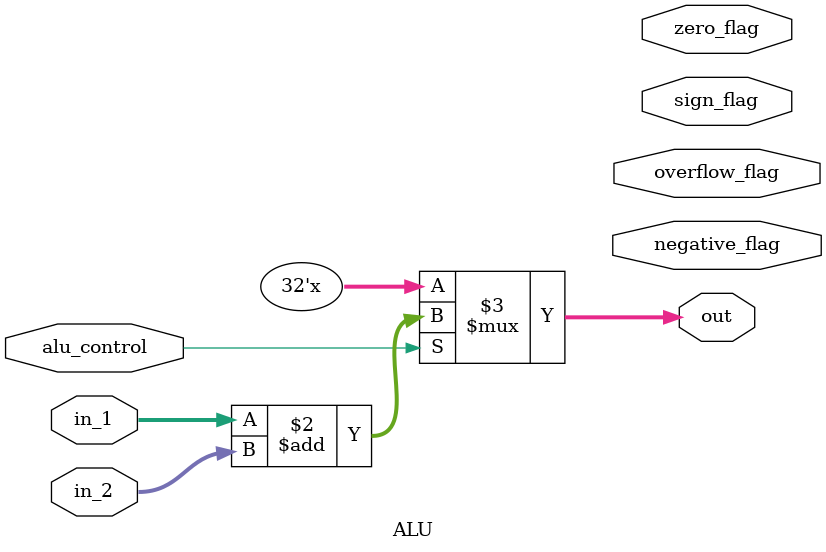
<source format=sv>
`timescale 1ns / 1ps


module ALU(
input logic[31:0] in_1,in_2,
input logic alu_control,
output logic[31:0] out,
output logic zero_flag,overflow_flag,negative_flag,sign_flag

    );
always_comb 
    case(alu_control)
     1'b1:
       out <= in_1+in_2;
    endcase  
    
endmodule

</source>
